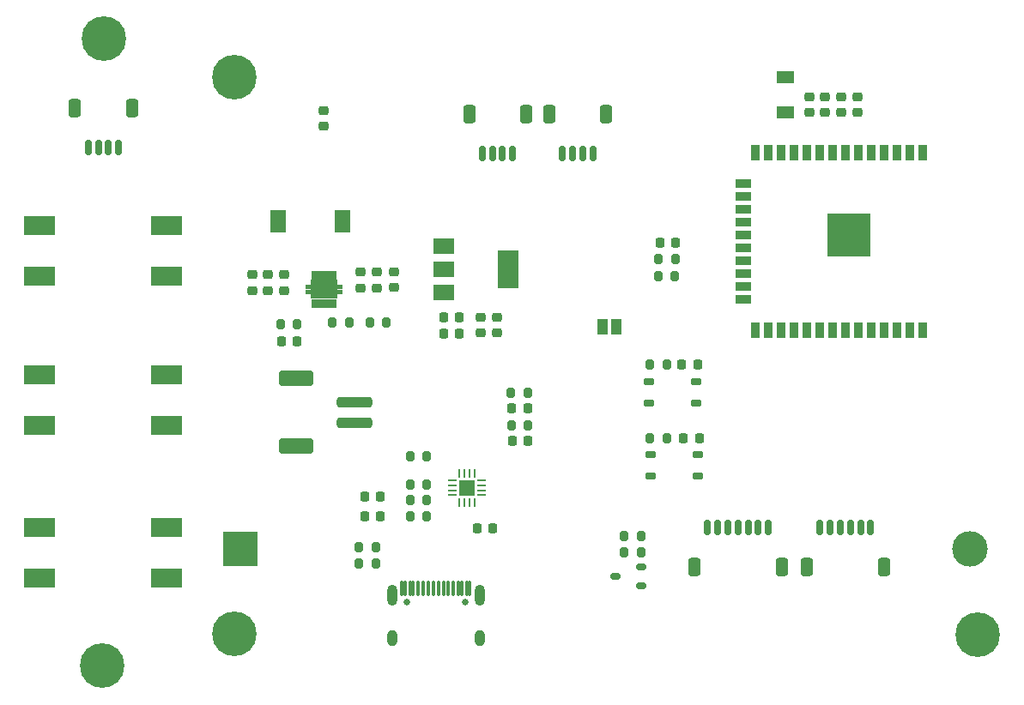
<source format=gts>
G04 #@! TF.GenerationSoftware,KiCad,Pcbnew,(6.0.11)*
G04 #@! TF.CreationDate,2023-03-03T14:47:03+07:00*
G04 #@! TF.ProjectId,chargerV1,63686172-6765-4725-9631-2e6b69636164,rev?*
G04 #@! TF.SameCoordinates,Original*
G04 #@! TF.FileFunction,Soldermask,Top*
G04 #@! TF.FilePolarity,Negative*
%FSLAX46Y46*%
G04 Gerber Fmt 4.6, Leading zero omitted, Abs format (unit mm)*
G04 Created by KiCad (PCBNEW (6.0.11)) date 2023-03-03 14:47:03*
%MOMM*%
%LPD*%
G01*
G04 APERTURE LIST*
G04 Aperture macros list*
%AMRoundRect*
0 Rectangle with rounded corners*
0 $1 Rounding radius*
0 $2 $3 $4 $5 $6 $7 $8 $9 X,Y pos of 4 corners*
0 Add a 4 corners polygon primitive as box body*
4,1,4,$2,$3,$4,$5,$6,$7,$8,$9,$2,$3,0*
0 Add four circle primitives for the rounded corners*
1,1,$1+$1,$2,$3*
1,1,$1+$1,$4,$5*
1,1,$1+$1,$6,$7*
1,1,$1+$1,$8,$9*
0 Add four rect primitives between the rounded corners*
20,1,$1+$1,$2,$3,$4,$5,0*
20,1,$1+$1,$4,$5,$6,$7,0*
20,1,$1+$1,$6,$7,$8,$9,0*
20,1,$1+$1,$8,$9,$2,$3,0*%
G04 Aperture macros list end*
%ADD10C,0.010000*%
%ADD11RoundRect,0.150000X0.350000X0.150000X-0.350000X0.150000X-0.350000X-0.150000X0.350000X-0.150000X0*%
%ADD12RoundRect,0.200000X-0.200000X-0.275000X0.200000X-0.275000X0.200000X0.275000X-0.200000X0.275000X0*%
%ADD13R,3.048000X1.850000*%
%ADD14RoundRect,0.225000X-0.250000X0.225000X-0.250000X-0.225000X0.250000X-0.225000X0.250000X0.225000X0*%
%ADD15RoundRect,0.218750X-0.218750X-0.256250X0.218750X-0.256250X0.218750X0.256250X-0.218750X0.256250X0*%
%ADD16RoundRect,0.225000X0.250000X-0.225000X0.250000X0.225000X-0.250000X0.225000X-0.250000X-0.225000X0*%
%ADD17RoundRect,0.150000X0.150000X0.625000X-0.150000X0.625000X-0.150000X-0.625000X0.150000X-0.625000X0*%
%ADD18RoundRect,0.250000X0.350000X0.650000X-0.350000X0.650000X-0.350000X-0.650000X0.350000X-0.650000X0*%
%ADD19RoundRect,0.200000X0.200000X0.275000X-0.200000X0.275000X-0.200000X-0.275000X0.200000X-0.275000X0*%
%ADD20R,0.900000X1.500000*%
%ADD21R,1.500000X0.900000*%
%ADD22C,0.475000*%
%ADD23R,4.200000X4.200000*%
%ADD24RoundRect,0.225000X0.225000X0.250000X-0.225000X0.250000X-0.225000X-0.250000X0.225000X-0.250000X0*%
%ADD25R,1.000000X1.500000*%
%ADD26RoundRect,0.150000X-0.150000X-0.625000X0.150000X-0.625000X0.150000X0.625000X-0.150000X0.625000X0*%
%ADD27RoundRect,0.250000X-0.350000X-0.650000X0.350000X-0.650000X0.350000X0.650000X-0.350000X0.650000X0*%
%ADD28C,0.700000*%
%ADD29C,4.400000*%
%ADD30RoundRect,0.225000X-0.225000X-0.250000X0.225000X-0.250000X0.225000X0.250000X-0.225000X0.250000X0*%
%ADD31RoundRect,0.162500X-0.362500X-0.162500X0.362500X-0.162500X0.362500X0.162500X-0.362500X0.162500X0*%
%ADD32RoundRect,0.062500X0.062500X-0.375000X0.062500X0.375000X-0.062500X0.375000X-0.062500X-0.375000X0*%
%ADD33RoundRect,0.062500X0.375000X-0.062500X0.375000X0.062500X-0.375000X0.062500X-0.375000X-0.062500X0*%
%ADD34R,1.600000X1.600000*%
%ADD35R,1.500000X2.200000*%
%ADD36RoundRect,0.250000X-1.500000X0.250000X-1.500000X-0.250000X1.500000X-0.250000X1.500000X0.250000X0*%
%ADD37RoundRect,0.250001X-1.449999X0.499999X-1.449999X-0.499999X1.449999X-0.499999X1.449999X0.499999X0*%
%ADD38C,0.650000*%
%ADD39RoundRect,0.075000X-0.075000X-0.675000X0.075000X-0.675000X0.075000X0.675000X-0.075000X0.675000X0*%
%ADD40O,1.000000X2.100000*%
%ADD41O,1.000000X1.600000*%
%ADD42R,2.000000X1.500000*%
%ADD43R,2.000000X3.800000*%
%ADD44R,1.700000X1.300000*%
%ADD45R,3.500000X3.500000*%
%ADD46C,3.500000*%
G04 APERTURE END LIST*
G36*
X72940000Y-53952500D02*
G01*
X72560000Y-53952500D01*
X72560000Y-53212500D01*
X72940000Y-53212500D01*
X72940000Y-53952500D01*
G37*
D10*
X72940000Y-53952500D02*
X72560000Y-53952500D01*
X72560000Y-53212500D01*
X72940000Y-53212500D01*
X72940000Y-53952500D01*
G36*
X71940000Y-51152500D02*
G01*
X71560000Y-51152500D01*
X71560000Y-50412500D01*
X71940000Y-50412500D01*
X71940000Y-51152500D01*
G37*
X71940000Y-51152500D02*
X71560000Y-51152500D01*
X71560000Y-50412500D01*
X71940000Y-50412500D01*
X71940000Y-51152500D01*
G36*
X71440000Y-51152500D02*
G01*
X71060000Y-51152500D01*
X71060000Y-50412500D01*
X71440000Y-50412500D01*
X71440000Y-51152500D01*
G37*
X71440000Y-51152500D02*
X71060000Y-51152500D01*
X71060000Y-50412500D01*
X71440000Y-50412500D01*
X71440000Y-51152500D01*
G36*
X71940000Y-53952500D02*
G01*
X71560000Y-53952500D01*
X71560000Y-53212500D01*
X71940000Y-53212500D01*
X71940000Y-53952500D01*
G37*
X71940000Y-53952500D02*
X71560000Y-53952500D01*
X71560000Y-53212500D01*
X71940000Y-53212500D01*
X71940000Y-53952500D01*
G36*
X72440000Y-51152500D02*
G01*
X72060000Y-51152500D01*
X72060000Y-50412500D01*
X72440000Y-50412500D01*
X72440000Y-51152500D01*
G37*
X72440000Y-51152500D02*
X72060000Y-51152500D01*
X72060000Y-50412500D01*
X72440000Y-50412500D01*
X72440000Y-51152500D01*
G36*
X72440000Y-53952500D02*
G01*
X72060000Y-53952500D01*
X72060000Y-53212500D01*
X72440000Y-53212500D01*
X72440000Y-53952500D01*
G37*
X72440000Y-53952500D02*
X72060000Y-53952500D01*
X72060000Y-53212500D01*
X72440000Y-53212500D01*
X72440000Y-53952500D01*
G36*
X73440000Y-51152500D02*
G01*
X73060000Y-51152500D01*
X73060000Y-50412500D01*
X73440000Y-50412500D01*
X73440000Y-51152500D01*
G37*
X73440000Y-51152500D02*
X73060000Y-51152500D01*
X73060000Y-50412500D01*
X73440000Y-50412500D01*
X73440000Y-51152500D01*
G36*
X72940000Y-51152500D02*
G01*
X72560000Y-51152500D01*
X72560000Y-50412500D01*
X72940000Y-50412500D01*
X72940000Y-51152500D01*
G37*
X72940000Y-51152500D02*
X72560000Y-51152500D01*
X72560000Y-50412500D01*
X72940000Y-50412500D01*
X72940000Y-51152500D01*
G36*
X73440000Y-53952500D02*
G01*
X73060000Y-53952500D01*
X73060000Y-53212500D01*
X73440000Y-53212500D01*
X73440000Y-53952500D01*
G37*
X73440000Y-53952500D02*
X73060000Y-53952500D01*
X73060000Y-53212500D01*
X73440000Y-53212500D01*
X73440000Y-53952500D01*
G36*
X73520000Y-51737500D02*
G01*
X74020000Y-51737500D01*
X74020000Y-52127500D01*
X73520000Y-52127500D01*
X73520000Y-52237500D01*
X74020000Y-52237500D01*
X74020000Y-52627500D01*
X73520000Y-52627500D01*
X73520000Y-53077500D01*
X70980000Y-53077500D01*
X70980000Y-52627500D01*
X70480000Y-52627500D01*
X70480000Y-52237500D01*
X70980000Y-52237500D01*
X70980000Y-52127500D01*
X70480000Y-52127500D01*
X70480000Y-51737500D01*
X70980000Y-51737500D01*
X70980000Y-51287500D01*
X73520000Y-51287500D01*
X73520000Y-51737500D01*
G37*
X73520000Y-51737500D02*
X74020000Y-51737500D01*
X74020000Y-52127500D01*
X73520000Y-52127500D01*
X73520000Y-52237500D01*
X74020000Y-52237500D01*
X74020000Y-52627500D01*
X73520000Y-52627500D01*
X73520000Y-53077500D01*
X70980000Y-53077500D01*
X70980000Y-52627500D01*
X70480000Y-52627500D01*
X70480000Y-52237500D01*
X70980000Y-52237500D01*
X70980000Y-52127500D01*
X70480000Y-52127500D01*
X70480000Y-51737500D01*
X70980000Y-51737500D01*
X70980000Y-51287500D01*
X73520000Y-51287500D01*
X73520000Y-51737500D01*
G36*
X71440000Y-53952500D02*
G01*
X71060000Y-53952500D01*
X71060000Y-53212500D01*
X71440000Y-53212500D01*
X71440000Y-53952500D01*
G37*
X71440000Y-53952500D02*
X71060000Y-53952500D01*
X71060000Y-53212500D01*
X71440000Y-53212500D01*
X71440000Y-53952500D01*
D11*
X103530000Y-81490000D03*
X103530000Y-79590000D03*
X100992500Y-80540000D03*
D12*
X75705000Y-77700000D03*
X77355000Y-77700000D03*
D13*
X44230000Y-50900000D03*
X56730000Y-50900000D03*
X44230000Y-45900000D03*
X56730000Y-45900000D03*
D14*
X72230000Y-34595000D03*
X72230000Y-36145000D03*
D15*
X92367500Y-64000000D03*
X90792500Y-64000000D03*
D12*
X105275000Y-49240000D03*
X106925000Y-49240000D03*
D16*
X121700000Y-34775000D03*
X121700000Y-33225000D03*
D14*
X65152500Y-50780000D03*
X65152500Y-52330000D03*
D15*
X92387500Y-67190000D03*
X90812500Y-67190000D03*
D16*
X124890000Y-34795000D03*
X124890000Y-33245000D03*
D13*
X44230000Y-65690000D03*
X56730000Y-65690000D03*
X56730000Y-60690000D03*
X44230000Y-60690000D03*
D17*
X52000000Y-38190000D03*
X51000000Y-38190000D03*
X50000000Y-38190000D03*
X49000000Y-38190000D03*
D18*
X47700000Y-34315000D03*
X53300000Y-34315000D03*
D17*
X98790000Y-38825000D03*
X97790000Y-38825000D03*
X96790000Y-38825000D03*
X95790000Y-38825000D03*
D18*
X100090000Y-34950000D03*
X94490000Y-34950000D03*
D16*
X120110000Y-34775000D03*
X120110000Y-33225000D03*
D19*
X103525000Y-76550000D03*
X101875000Y-76550000D03*
D12*
X104395000Y-59650000D03*
X106045000Y-59650000D03*
D20*
X131350000Y-38750000D03*
X130080000Y-38750000D03*
X128810000Y-38750000D03*
X127540000Y-38750000D03*
X126270000Y-38750000D03*
X125000000Y-38750000D03*
X123730000Y-38750000D03*
X122460000Y-38750000D03*
X121190000Y-38750000D03*
X119920000Y-38750000D03*
X118650000Y-38750000D03*
X117380000Y-38750000D03*
X116110000Y-38750000D03*
X114840000Y-38750000D03*
D21*
X113590000Y-41790000D03*
X113590000Y-43060000D03*
X113590000Y-44330000D03*
X113590000Y-45600000D03*
X113590000Y-46870000D03*
X113590000Y-48140000D03*
X113590000Y-49410000D03*
X113590000Y-50680000D03*
X113590000Y-51950000D03*
X113590000Y-53220000D03*
D20*
X114840000Y-56250000D03*
X116110000Y-56250000D03*
X117380000Y-56250000D03*
X118650000Y-56250000D03*
X119920000Y-56250000D03*
X121190000Y-56250000D03*
X122460000Y-56250000D03*
X123730000Y-56250000D03*
X125000000Y-56250000D03*
X126270000Y-56250000D03*
X127540000Y-56250000D03*
X128810000Y-56250000D03*
X130080000Y-56250000D03*
X131350000Y-56250000D03*
D22*
X122485000Y-47582500D03*
D23*
X124010000Y-46820000D03*
D22*
X125535000Y-46057500D03*
X125535000Y-47582500D03*
X123247500Y-48345000D03*
X123247500Y-45295000D03*
X124010000Y-47582500D03*
X124772500Y-48345000D03*
X123247500Y-46820000D03*
X124772500Y-45295000D03*
X124010000Y-46057500D03*
X122485000Y-46057500D03*
X124772500Y-46820000D03*
D24*
X109285000Y-66910000D03*
X107735000Y-66910000D03*
D14*
X79132500Y-50505000D03*
X79132500Y-52055000D03*
D25*
X101070000Y-55880000D03*
X99770000Y-55880000D03*
D13*
X56730000Y-80720000D03*
X44230000Y-80720000D03*
X56730000Y-75720000D03*
X44230000Y-75720000D03*
D24*
X77835000Y-74650000D03*
X76285000Y-74650000D03*
D12*
X105215000Y-50950000D03*
X106865000Y-50950000D03*
X67955000Y-55680000D03*
X69605000Y-55680000D03*
D26*
X121180000Y-75760000D03*
X122180000Y-75760000D03*
X123180000Y-75760000D03*
X124180000Y-75760000D03*
X125180000Y-75760000D03*
X126180000Y-75760000D03*
D27*
X119880000Y-79635000D03*
X127480000Y-79635000D03*
D28*
X49362614Y-26328274D03*
X51696066Y-28661726D03*
X50529340Y-25845000D03*
X52179340Y-27495000D03*
X48879340Y-27495000D03*
D29*
X50529340Y-27495000D03*
D28*
X50529340Y-29145000D03*
X49362614Y-28661726D03*
X51696066Y-26328274D03*
D30*
X84085000Y-56590000D03*
X85635000Y-56590000D03*
D12*
X75705000Y-79320000D03*
X77355000Y-79320000D03*
X80765000Y-74600000D03*
X82415000Y-74600000D03*
D30*
X84085000Y-54980000D03*
X85635000Y-54980000D03*
D19*
X78407500Y-55500000D03*
X76757500Y-55500000D03*
X92365000Y-62470000D03*
X90715000Y-62470000D03*
X103532500Y-78150000D03*
X101882500Y-78150000D03*
D24*
X77835000Y-72700000D03*
X76285000Y-72700000D03*
D19*
X92395000Y-65640000D03*
X90745000Y-65640000D03*
D31*
X104300000Y-61315000D03*
X108950000Y-61315000D03*
X108950000Y-63465000D03*
X104300000Y-63465000D03*
D32*
X85620000Y-73237500D03*
X86120000Y-73237500D03*
X86620000Y-73237500D03*
X87120000Y-73237500D03*
D33*
X87807500Y-72550000D03*
X87807500Y-72050000D03*
X87807500Y-71550000D03*
X87807500Y-71050000D03*
D32*
X87120000Y-70362500D03*
X86620000Y-70362500D03*
X86120000Y-70362500D03*
X85620000Y-70362500D03*
D33*
X84932500Y-71050000D03*
X84932500Y-71550000D03*
X84932500Y-72050000D03*
X84932500Y-72550000D03*
D34*
X86370000Y-71800000D03*
D24*
X106925000Y-47640000D03*
X105375000Y-47640000D03*
D31*
X109100000Y-68535000D03*
X104450000Y-68535000D03*
X104450000Y-70685000D03*
X109100000Y-70685000D03*
D28*
X64562926Y-87376726D03*
X62229474Y-85043274D03*
X63396200Y-87860000D03*
X63396200Y-84560000D03*
X65046200Y-86210000D03*
X64562926Y-85043274D03*
X61746200Y-86210000D03*
X62229474Y-87376726D03*
D29*
X63396200Y-86210000D03*
D28*
X135573274Y-85173274D03*
X135090000Y-86340000D03*
X137906726Y-85173274D03*
X138390000Y-86340000D03*
X137906726Y-87506726D03*
X136740000Y-84690000D03*
X135573274Y-87506726D03*
X136740000Y-87990000D03*
D29*
X136740000Y-86340000D03*
D28*
X62233274Y-32466726D03*
X63400000Y-29650000D03*
X63400000Y-32950000D03*
X64566726Y-30133274D03*
D29*
X63400000Y-31300000D03*
D28*
X61750000Y-31300000D03*
X65050000Y-31300000D03*
X62233274Y-30133274D03*
X64566726Y-32466726D03*
D14*
X68352500Y-50780000D03*
X68352500Y-52330000D03*
D35*
X74120000Y-45470000D03*
X67720000Y-45470000D03*
D14*
X77482500Y-50530000D03*
X77482500Y-52080000D03*
D16*
X123300000Y-34775000D03*
X123300000Y-33225000D03*
D28*
X48690000Y-89400000D03*
X51506726Y-90566726D03*
X50340000Y-87750000D03*
X50340000Y-91050000D03*
X51990000Y-89400000D03*
X49173274Y-90566726D03*
X51506726Y-88233274D03*
D29*
X50340000Y-89400000D03*
D28*
X49173274Y-88233274D03*
D12*
X104415000Y-66930000D03*
X106065000Y-66930000D03*
X80765000Y-73050000D03*
X82415000Y-73050000D03*
D14*
X87730000Y-54985000D03*
X87730000Y-56535000D03*
D36*
X75257107Y-63370000D03*
X75257107Y-65370000D03*
D37*
X69507107Y-67720000D03*
X69507107Y-61020000D03*
D12*
X80745000Y-68730000D03*
X82395000Y-68730000D03*
D14*
X75832500Y-50530000D03*
X75832500Y-52080000D03*
D30*
X87335000Y-75820000D03*
X88885000Y-75820000D03*
D26*
X110100000Y-75760000D03*
X111100000Y-75760000D03*
X112100000Y-75760000D03*
X113100000Y-75760000D03*
X114100000Y-75760000D03*
X115100000Y-75760000D03*
X116100000Y-75760000D03*
D27*
X117400000Y-79635000D03*
X108800000Y-79635000D03*
D38*
X80390000Y-83135000D03*
X86170000Y-83135000D03*
D39*
X79930000Y-81710000D03*
X80730000Y-81710000D03*
X82030000Y-81710000D03*
X83030000Y-81710000D03*
X83530000Y-81710000D03*
X84530000Y-81710000D03*
X85830000Y-81710000D03*
X86630000Y-81710000D03*
X86330000Y-81710000D03*
X85530000Y-81710000D03*
X85030000Y-81710000D03*
X84030000Y-81710000D03*
X82530000Y-81710000D03*
X81530000Y-81710000D03*
X81030000Y-81710000D03*
X80230000Y-81710000D03*
D40*
X87600000Y-82455000D03*
X78960000Y-82455000D03*
D41*
X87600000Y-86635000D03*
X78960000Y-86635000D03*
D12*
X80765000Y-71500000D03*
X82415000Y-71500000D03*
D24*
X109115000Y-59640000D03*
X107565000Y-59640000D03*
D19*
X74757500Y-55510000D03*
X73107500Y-55510000D03*
D42*
X84110000Y-47950000D03*
X84110000Y-50250000D03*
D43*
X90410000Y-50250000D03*
D42*
X84110000Y-52550000D03*
D14*
X89330000Y-54965000D03*
X89330000Y-56515000D03*
D24*
X69605000Y-57400000D03*
X68055000Y-57400000D03*
D44*
X117800000Y-34750000D03*
X117800000Y-31250000D03*
D17*
X90870000Y-38825000D03*
X89870000Y-38825000D03*
X88870000Y-38825000D03*
X87870000Y-38825000D03*
D18*
X86570000Y-34950000D03*
X92170000Y-34950000D03*
D14*
X66752500Y-50780000D03*
X66752500Y-52330000D03*
D45*
X64000000Y-77870000D03*
D46*
X136000000Y-77870000D03*
M02*

</source>
